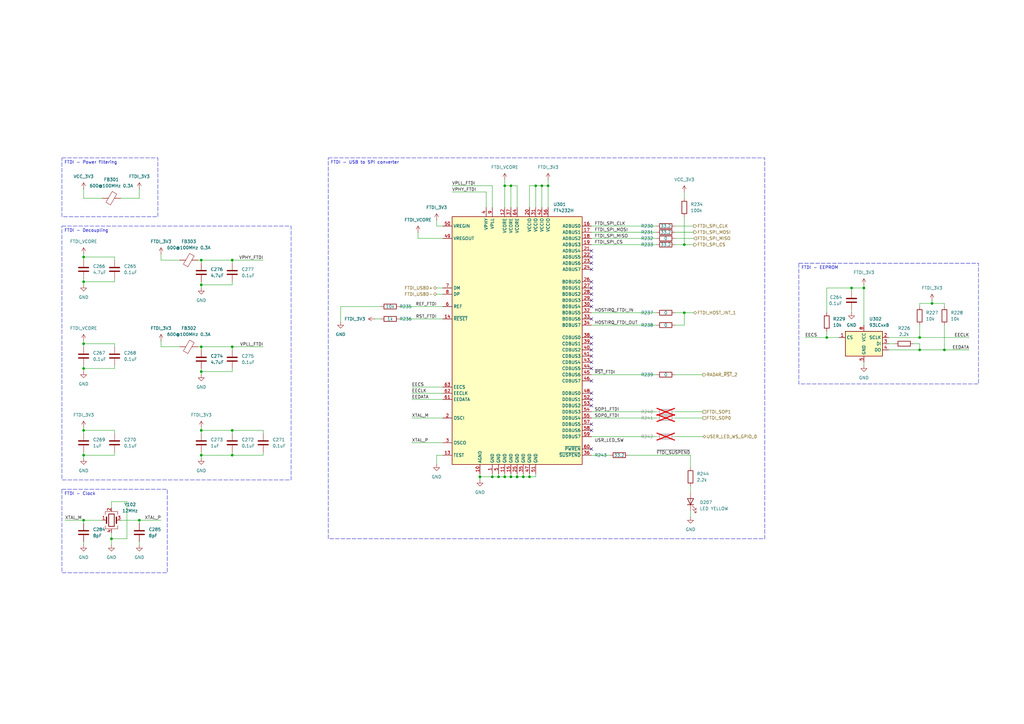
<source format=kicad_sch>
(kicad_sch (version 20250114) (generator "eeschema") (generator_version "9.0")
  (paper "A3")
  (title_block (title "FTDI") (date "2025-04-13") (rev "V1.0") (company "Designer: EV"))
  (lib_symbols
    (symbol "Device:C" (pin_numbers (hide yes)) (pin_names (offset 0.254))
      (property "Reference" "C" (at 0.635 2.54 0))
      (property "Value" "C" (at 0.635 -2.54 0))
      (symbol "C_0_1"
        (polyline (pts (xy -2.032 0.762) (xy 2.032 0.762)) (stroke (width 0.508)))
        (polyline (pts (xy -2.032 -0.762) (xy 2.032 -0.762)) (stroke (width 0.508)))
      )
      (symbol "C_1_1"
        (pin passive line (at 0 3.81 270) (length 2.794) (name "~") (number "1"))
        (pin passive line (at 0 -3.81 90) (length 2.794) (name "~") (number "2"))
      )
    )
    (symbol "Device:Crystal_GND24" (pin_names (offset 1.016) (hide yes))
      (property "Reference" "Y" (at 3.175 5.08 0))
      (property "Value" "Crystal_GND24" (at 3.175 3.175 0))
      (symbol "Crystal_GND24_0_1"
        (polyline (pts (xy -2.54 2.286) (xy -2.54 3.556) (xy 2.54 3.556) (xy 2.54 2.286)))
        (polyline (pts (xy -2.54 0) (xy -2.032 0)))
        (polyline (pts (xy -2.54 -2.286) (xy -2.54 -3.556) (xy 2.54 -3.556) (xy 2.54 -2.286)))
        (polyline (pts (xy -2.032 -1.27) (xy -2.032 1.27)) (stroke (width 0.508)))
        (rectangle (start -1.143 2.54) (end 1.143 -2.54) (stroke (width 0.3048)))
        (polyline (pts (xy 0 3.556) (xy 0 3.81)))
        (polyline (pts (xy 0 -3.81) (xy 0 -3.556)))
        (polyline (pts (xy 2.032 0) (xy 2.54 0)))
        (polyline (pts (xy 2.032 -1.27) (xy 2.032 1.27)) (stroke (width 0.508)))
      )
      (symbol "Crystal_GND24_1_1"
        (pin passive line (at -3.81 0 0) (length 1.27) (name "1") (number "1"))
        (pin passive line (at 0 5.08 270) (length 1.27) (name "2") (number "2"))
        (pin passive line (at 0 -5.08 90) (length 1.27) (name "4") (number "4"))
        (pin passive line (at 3.81 0 180) (length 1.27) (name "3") (number "3"))
      )
    )
    (symbol "Device:FerriteBead" (pin_numbers (hide yes)) (pin_names (offset 0))
      (property "Reference" "FB" (at -3.81 0.635 90))
      (property "Value" "FerriteBead" (at 3.81 0 90))
      (symbol "FerriteBead_0_1"
        (polyline (pts (xy -2.7686 0.4064) (xy -1.7018 2.2606) (xy 2.7686 -0.3048) (xy 1.6764 -2.159) (xy -2.7686 0.4064)))
        (polyline (pts (xy 0 1.27) (xy 0 1.2954)))
        (polyline (pts (xy 0 -1.27) (xy 0 -1.2192)))
      )
      (symbol "FerriteBead_1_1"
        (pin passive line (at 0 3.81 270) (length 2.54) (name "~") (number "1"))
        (pin passive line (at 0 -3.81 90) (length 2.54) (name "~") (number "2"))
      )
    )
    (symbol "Device:LED" (pin_numbers (hide yes)) (pin_names (offset 1.016) (hide yes))
      (property "Reference" "D" (at 0 2.54 0))
      (property "Value" "LED" (at 0 -2.54 0))
      (symbol "LED_0_1"
        (polyline (pts (xy -3.048 -0.762) (xy -4.572 -2.286) (xy -3.81 -2.286) (xy -4.572 -2.286) (xy -4.572 -1.524)))
        (polyline (pts (xy -1.778 -0.762) (xy -3.302 -2.286) (xy -2.54 -2.286) (xy -3.302 -2.286) (xy -3.302 -1.524)))
        (polyline (pts (xy -1.27 0) (xy 1.27 0)))
        (polyline (pts (xy -1.27 -1.27) (xy -1.27 1.27)) (stroke (width 0.254)))
        (polyline (pts (xy 1.27 -1.27) (xy 1.27 1.27) (xy -1.27 0) (xy 1.27 -1.27)) (stroke (width 0.254)))
      )
      (symbol "LED_1_1"
        (pin passive line (at -3.81 0 0) (length 2.54) (name "K") (number "1"))
        (pin passive line (at 3.81 0 180) (length 2.54) (name "A") (number "2"))
      )
    )
    (symbol "Device:R" (pin_numbers (hide yes)) (pin_names (offset 0))
      (property "Reference" "R" (at 2.032 0 90))
      (property "Value" "R" (at 0 0 90))
      (symbol "R_0_1"
        (rectangle (start -1.016 -2.54) (end 1.016 2.54) (stroke (width 0.254)))
      )
      (symbol "R_1_1"
        (pin passive line (at 0 3.81 270) (length 1.27) (name "~") (number "1"))
        (pin passive line (at 0 -3.81 90) (length 1.27) (name "~") (number "2"))
      )
    )
    (symbol "Interface_USB:FT4232H"
      (property "Reference" "U" (at -26.67 53.34 0))
      (property "Value" "FT4232H" (at 19.05 53.34 0))
      (symbol "FT4232H_0_1"
        (rectangle (start -26.67 -49.53) (end 26.67 52.07) (stroke (width 0.254)) (fill (type background)))
      )
      (symbol "FT4232H_1_1"
        (pin power_in line (at -30.48 48.26 0) (length 3.81) (name "VREGIN") (number "50"))
        (pin power_out line (at -30.48 43.18 0) (length 3.81) (name "VREGOUT") (number "49"))
        (pin bidirectional line (at -30.48 22.86 0) (length 3.81) (name "DM") (number "7"))
        (pin bidirectional line (at -30.48 20.32 0) (length 3.81) (name "DP") (number "8"))
        (pin input line (at -30.48 15.24 0) (length 3.81) (name "REF") (number "6"))
        (pin input line (at -30.48 10.16 0) (length 3.81) (name "~{RESET}") (number "14"))
        (pin output line (at -30.48 -17.78 0) (length 3.81) (name "EECS") (number "63"))
        (pin output line (at -30.48 -20.32 0) (length 3.81) (name "EECLK") (number "62"))
        (pin bidirectional line (at -30.48 -22.86 0) (length 3.81) (name "EEDATA") (number "61"))
        (pin input line (at -30.48 -30.48 0) (length 3.81) (name "OSCI") (number "2"))
        (pin output line (at -30.48 -40.64 0) (length 3.81) (name "OSCO") (number "3"))
        (pin input line (at -30.48 -45.72 0) (length 3.81) (name "TEST") (number "13"))
        (pin power_in line (at -15.24 -53.34 90) (length 3.81) (name "AGND") (number "10"))
        (pin power_in line (at -12.7 55.88 270) (length 3.81) (name "VPHY") (number "4"))
        (pin power_in line (at -10.16 55.88 270) (length 3.81) (name "VPLL") (number "9"))
        (pin power_in line (at -10.16 -53.34 90) (length 3.81) (name "GND") (number "1"))
        (pin power_in line (at -7.62 -53.34 90) (length 3.81) (name "GND") (number "5"))
        (pin power_in line (at -5.08 55.88 270) (length 3.81) (name "VCORE") (number "12"))
        (pin power_in line (at -5.08 -53.34 90) (length 3.81) (name "GND") (number "11"))
        (pin power_in line (at -2.54 55.88 270) (length 3.81) (name "VCORE") (number "37"))
        (pin power_in line (at -2.54 -53.34 90) (length 3.81) (name "GND") (number "15"))
        (pin power_in line (at 0 55.88 270) (length 3.81) (name "VCORE") (number "64"))
        (pin power_in line (at 0 -53.34 90) (length 3.81) (name "GND") (number "25"))
        (pin power_in line (at 2.54 -53.34 90) (length 3.81) (name "GND") (number "35"))
        (pin power_in line (at 5.08 55.88 270) (length 3.81) (name "VCCIO") (number "20"))
        (pin power_in line (at 5.08 -53.34 90) (length 3.81) (name "GND") (number "47"))
        (pin power_in line (at 7.62 55.88 270) (length 3.81) (name "VCCIO") (number "31"))
        (pin power_in line (at 7.62 -53.34 90) (length 3.81) (name "GND") (number "51"))
        (pin power_in line (at 10.16 55.88 270) (length 3.81) (name "VCCIO") (number "42"))
        (pin power_in line (at 12.7 55.88 270) (length 3.81) (name "VCCIO") (number "56"))
        (pin bidirectional line (at 30.48 48.26 180) (length 3.81) (name "ADBUS0") (number "16"))
        (pin bidirectional line (at 30.48 45.72 180) (length 3.81) (name "ADBUS1") (number "17"))
        (pin bidirectional line (at 30.48 43.18 180) (length 3.81) (name "ADBUS2") (number "18"))
        (pin bidirectional line (at 30.48 40.64 180) (length 3.81) (name "ADBUS3") (number "19"))
        (pin bidirectional line (at 30.48 38.1 180) (length 3.81) (name "ADBUS4") (number "21"))
        (pin bidirectional line (at 30.48 35.56 180) (length 3.81) (name "ADBUS5") (number "22"))
        (pin bidirectional line (at 30.48 33.02 180) (length 3.81) (name "ADBUS6") (number "23"))
        (pin bidirectional line (at 30.48 30.48 180) (length 3.81) (name "ADBUS7") (number "24"))
        (pin bidirectional line (at 30.48 25.4 180) (length 3.81) (name "BDBUS0") (number "26"))
        (pin bidirectional line (at 30.48 22.86 180) (length 3.81) (name "BDBUS1") (number "27"))
        (pin bidirectional line (at 30.48 20.32 180) (length 3.81) (name "BDBUS2") (number "28"))
        (pin bidirectional line (at 30.48 17.78 180) (length 3.81) (name "BDBUS3") (number "29"))
        (pin bidirectional line (at 30.48 15.24 180) (length 3.81) (name "BDBUS4") (number "30"))
        (pin bidirectional line (at 30.48 12.7 180) (length 3.81) (name "BDBUS5") (number "32"))
        (pin bidirectional line (at 30.48 10.16 180) (length 3.81) (name "BDBUS6") (number "33"))
        (pin bidirectional line (at 30.48 7.62 180) (length 3.81) (name "BDBUS7") (number "34"))
        (pin bidirectional line (at 30.48 2.54 180) (length 3.81) (name "CDBUS0") (number "38"))
        (pin bidirectional line (at 30.48 0 180) (length 3.81) (name "CDBUS1") (number "39"))
        (pin bidirectional line (at 30.48 -2.54 180) (length 3.81) (name "CDBUS2") (number "40"))
        (pin bidirectional line (at 30.48 -5.08 180) (length 3.81) (name "CDBUS3") (number "41"))
        (pin bidirectional line (at 30.48 -7.62 180) (length 3.81) (name "CDBUS4") (number "43"))
        (pin bidirectional line (at 30.48 -10.16 180) (length 3.81) (name "CDBUS5") (number "44"))
        (pin bidirectional line (at 30.48 -12.7 180) (length 3.81) (name "CDBUS6") (number "45"))
        (pin bidirectional line (at 30.48 -15.24 180) (length 3.81) (name "CDBUS7") (number "46"))
        (pin bidirectional line (at 30.48 -20.32 180) (length 3.81) (name "DDBUS0") (number "48"))
        (pin bidirectional line (at 30.48 -22.86 180) (length 3.81) (name "DDBUS1") (number "52"))
        (pin bidirectional line (at 30.48 -25.4 180) (length 3.81) (name "DDBUS2") (number "53"))
        (pin bidirectional line (at 30.48 -27.94 180) (length 3.81) (name "DDBUS3") (number "54"))
        (pin bidirectional line (at 30.48 -30.48 180) (length 3.81) (name "DDBUS4") (number "55"))
        (pin bidirectional line (at 30.48 -33.02 180) (length 3.81) (name "DDBUS5") (number "57"))
        (pin bidirectional line (at 30.48 -35.56 180) (length 3.81) (name "DDBUS6") (number "58"))
        (pin bidirectional line (at 30.48 -38.1 180) (length 3.81) (name "DDBUS7") (number "59"))
        (pin output line (at 30.48 -43.18 180) (length 3.81) (name "~{PWREN}") (number "60"))
        (pin output line (at 30.48 -45.72 180) (length 3.81) (name "~{SUSPEND}") (number "36"))
      )
    )
    (symbol "Memory_EEPROM:93LCxxB"
      (property "Reference" "U" (at -7.62 6.35 0))
      (property "Value" "93LCxxB" (at 2.54 -6.35 0))
      (symbol "93LCxxB_1_1"
        (rectangle (start -7.62 5.08) (end 7.62 -5.08) (stroke (width 0.254)) (fill (type background)))
        (pin input line (at -10.16 2.54 0) (length 2.54) (name "CS") (number "1"))
        (pin no_connect line (at -7.62 0 0) (length 2.54) (hide yes) (name "NC") (number "6"))
        (pin no_connect line (at -7.62 -2.54 0) (length 2.54) (hide yes) (name "NC") (number "7"))
        (pin power_in line (at 0 7.62 270) (length 2.54) (name "VCC") (number "8"))
        (pin power_in line (at 0 -7.62 90) (length 2.54) (name "GND") (number "5"))
        (pin input line (at 10.16 2.54 180) (length 2.54) (name "SCLK") (number "2"))
        (pin input line (at 10.16 0 180) (length 2.54) (name "DI") (number "3"))
        (pin tri_state line (at 10.16 -2.54 180) (length 2.54) (name "DO") (number "4"))
      )
    )
    (symbol "power:GND" (power) (pin_numbers (hide yes)) (pin_names (offset 0) (hide yes))
      (property "Value" "GND" (at 0 -3.81 0))
      (symbol "GND_0_1"
        (polyline (pts (xy 0 0) (xy 0 -1.27) (xy 1.27 -1.27) (xy 0 -2.54) (xy -1.27 -1.27) (xy 0 -1.27)))
      )
      (symbol "GND_1_1"
        (pin power_in line (at 0 0 270) (length 0) (name "~") (number "1"))
      )
    )
    (symbol "power:VBUS" (power) (pin_numbers (hide yes)) (pin_names (offset 0) (hide yes))
      (property "Value" "VBUS" (at 0 3.556 0))
      (symbol "VBUS_0_1"
        (polyline (pts (xy -0.762 1.27) (xy 0 2.54)))
        (polyline (pts (xy 0 2.54) (xy 0.762 1.27)))
        (polyline (pts (xy 0 0) (xy 0 2.54)))
      )
      (symbol "VBUS_1_1"
        (pin power_in line (at 0 0 90) (length 0) (name "~") (number "1"))
      )
    )
  )
  (text_box "FTDI - Decoupling" (at 25.4 92.71 0) (size 93.98 104.14) (margins 0.9525 0.9525 0.9525 0.9525) (stroke (width 0) (type dash)) (effects (font (size 1.27 1.27)) (justify left top)))
  (text_box "FTDI - Clock" (at 25.4 200.66 0) (size 43.18 34.29) (margins 0.9525 0.9525 0.9525 0.9525) (stroke (width 0) (type dash)) (effects (font (size 1.27 1.27)) (justify left top)))
  (text_box "FTDI - USB to SPI converter" (at 134.62 64.77 0) (size 179.07 156.21) (margins 0.9525 0.9525 0.9525 0.9525) (stroke (width 0) (type dash)) (effects (font (size 1.27 1.27)) (justify left top)))
  (text_box "FTDI - EEPROM" (at 327.66 107.95 0) (size 73.66 49.53) (margins 0.9525 0.9525 0.9525 0.9525) (stroke (width 0) (type dash)) (effects (font (size 1.27 1.27)) (justify left top)))
  (text_box "FTDI - Power filtering" (at 25.4 64.77 0) (size 39.37 24.13) (margins 0.9525 0.9525 0.9525 0.9525) (stroke (width 0) (type dash)) (effects (font (size 1.27 1.27)) (justify left top)))
  (junction (at 82.55 116.84))
  (junction (at 201.93 195.58))
  (junction (at 382.27 124.46))
  (junction (at 95.25 142.24))
  (junction (at 196.85 195.58))
  (junction (at 82.55 152.4))
  (junction (at 34.29 186.69))
  (junction (at 82.55 186.69))
  (junction (at 57.15 213.36))
  (junction (at 95.25 106.68))
  (junction (at 34.29 115.57))
  (junction (at 207.01 195.58))
  (junction (at 34.29 151.13))
  (junction (at 349.25 118.11))
  (junction (at 280.67 100.33))
  (junction (at 377.19 143.51))
  (junction (at 34.29 140.97))
  (junction (at 387.35 143.51))
  (junction (at 34.29 105.41))
  (junction (at 207.01 76.2))
  (junction (at 219.71 76.2))
  (junction (at 212.09 195.58))
  (junction (at 280.67 128.27))
  (junction (at 95.25 176.53))
  (junction (at 354.33 118.11))
  (junction (at 34.29 213.36))
  (junction (at 82.55 176.53))
  (junction (at 82.55 106.68))
  (junction (at 377.19 138.43))
  (junction (at 214.63 195.58))
  (junction (at 204.47 195.58))
  (junction (at 82.55 142.24))
  (junction (at 222.25 76.2))
  (junction (at 224.79 76.2))
  (junction (at 339.09 138.43))
  (junction (at 209.55 195.58))
  (junction (at 217.17 195.58))
  (junction (at 34.29 176.53))
  (junction (at 209.55 76.2))
  (junction (at 45.72 220.98))
  (junction (at 95.25 186.69))
  (no_connect (at 242.57 102.87))
  (no_connect (at 242.57 110.49))
  (no_connect (at 242.57 173.99))
  (no_connect (at 242.57 125.73))
  (no_connect (at 242.57 115.57))
  (no_connect (at 242.57 123.19))
  (no_connect (at 242.57 148.59))
  (no_connect (at 242.57 138.43))
  (no_connect (at 242.57 176.53))
  (no_connect (at 242.57 130.81))
  (no_connect (at 242.57 143.51))
  (no_connect (at 242.57 118.11))
  (no_connect (at 242.57 184.15))
  (no_connect (at 242.57 140.97))
  (no_connect (at 242.57 151.13))
  (no_connect (at 242.57 163.83))
  (no_connect (at 242.57 166.37))
  (no_connect (at 242.57 120.65))
  (no_connect (at 242.57 105.41))
  (no_connect (at 242.57 161.29))
  (no_connect (at 242.57 156.21))
  (no_connect (at 242.57 146.05))
  (no_connect (at 242.57 107.95))
  (wire (pts (xy 34.29 105.41) (xy 34.29 106.68)))
  (wire (pts (xy 242.57 97.79) (xy 269.24 97.79)))
  (wire (pts (xy 179.07 90.17) (xy 179.07 92.71)))
  (wire (pts (xy 219.71 195.58) (xy 217.17 195.58)))
  (wire (pts (xy 45.72 205.74) (xy 52.07 205.74)))
  (wire (pts (xy 95.25 142.24) (xy 107.95 142.24)))
  (wire (pts (xy 283.21 191.77) (xy 283.21 186.69)))
  (wire (pts (xy 95.25 106.68) (xy 82.55 106.68)))
  (wire (pts (xy 66.04 139.7) (xy 66.04 142.24)))
  (wire (pts (xy 34.29 77.47) (xy 34.29 81.28)))
  (wire (pts (xy 168.91 163.83) (xy 181.61 163.83)))
  (wire (pts (xy 280.67 88.9) (xy 280.67 100.33)))
  (wire (pts (xy 49.53 81.28) (xy 57.15 81.28)))
  (wire (pts (xy 46.99 149.86) (xy 46.99 151.13)))
  (wire (pts (xy 377.19 124.46) (xy 377.19 125.73)))
  (wire (pts (xy 214.63 194.31) (xy 214.63 195.58)))
  (wire (pts (xy 46.99 114.3) (xy 46.99 115.57)))
  (wire (pts (xy 82.55 176.53) (xy 82.55 177.8)))
  (wire (pts (xy 46.99 151.13) (xy 34.29 151.13)))
  (wire (pts (xy 349.25 119.38) (xy 349.25 118.11)))
  (wire (pts (xy 349.25 127) (xy 349.25 128.27)))
  (wire (pts (xy 207.01 194.31) (xy 207.01 195.58)))
  (wire (pts (xy 168.91 158.75) (xy 181.61 158.75)))
  (wire (pts (xy 212.09 76.2) (xy 209.55 76.2)))
  (wire (pts (xy 212.09 194.31) (xy 212.09 195.58)))
  (wire (pts (xy 34.29 175.26) (xy 34.29 176.53)))
  (wire (pts (xy 171.45 97.79) (xy 181.61 97.79)))
  (wire (pts (xy 34.29 186.69) (xy 34.29 187.96)))
  (wire (pts (xy 280.67 128.27) (xy 284.48 128.27)))
  (wire (pts (xy 46.99 106.68) (xy 46.99 105.41)))
  (wire (pts (xy 163.83 125.73) (xy 181.61 125.73)))
  (wire (pts (xy 196.85 194.31) (xy 196.85 195.58)))
  (wire (pts (xy 34.29 81.28) (xy 41.91 81.28)))
  (wire (pts (xy 224.79 73.66) (xy 224.79 76.2)))
  (wire (pts (xy 374.65 140.97) (xy 377.19 140.97)))
  (wire (pts (xy 34.29 151.13) (xy 34.29 152.4)))
  (wire (pts (xy 26.67 213.36) (xy 34.29 213.36)))
  (wire (pts (xy 181.61 186.69) (xy 179.07 186.69)))
  (wire (pts (xy 354.33 118.11) (xy 354.33 133.35)))
  (wire (pts (xy 364.49 143.51) (xy 377.19 143.51)))
  (wire (pts (xy 66.04 106.68) (xy 73.66 106.68)))
  (wire (pts (xy 45.72 208.28) (xy 45.72 205.74)))
  (wire (pts (xy 280.67 100.33) (xy 284.48 100.33)))
  (wire (pts (xy 276.86 97.79) (xy 284.48 97.79)))
  (wire (pts (xy 34.29 115.57) (xy 34.29 116.84)))
  (wire (pts (xy 82.55 142.24) (xy 82.55 143.51)))
  (wire (pts (xy 95.25 107.95) (xy 95.25 106.68)))
  (wire (pts (xy 387.35 125.73) (xy 387.35 124.46)))
  (wire (pts (xy 82.55 115.57) (xy 82.55 116.84)))
  (wire (pts (xy 185.42 76.2) (xy 201.93 76.2)))
  (wire (pts (xy 217.17 195.58) (xy 214.63 195.58)))
  (wire (pts (xy 242.57 168.91) (xy 269.24 168.91)))
  (wire (pts (xy 34.29 114.3) (xy 34.29 115.57)))
  (wire (pts (xy 217.17 76.2) (xy 219.71 76.2)))
  (wire (pts (xy 34.29 176.53) (xy 34.29 177.8)))
  (wire (pts (xy 257.81 186.69) (xy 283.21 186.69)))
  (wire (pts (xy 95.25 106.68) (xy 107.95 106.68)))
  (wire (pts (xy 201.93 195.58) (xy 196.85 195.58)))
  (wire (pts (xy 387.35 143.51) (xy 397.51 143.51)))
  (wire (pts (xy 219.71 194.31) (xy 219.71 195.58)))
  (wire (pts (xy 283.21 209.55) (xy 283.21 212.09)))
  (wire (pts (xy 95.25 186.69) (xy 82.55 186.69)))
  (wire (pts (xy 207.01 76.2) (xy 207.01 85.09)))
  (wire (pts (xy 377.19 133.35) (xy 377.19 138.43)))
  (wire (pts (xy 185.42 78.74) (xy 199.39 78.74)))
  (wire (pts (xy 242.57 179.07) (xy 269.24 179.07)))
  (wire (pts (xy 217.17 194.31) (xy 217.17 195.58)))
  (wire (pts (xy 219.71 76.2) (xy 222.25 76.2)))
  (wire (pts (xy 82.55 152.4) (xy 82.55 153.67)))
  (wire (pts (xy 81.28 142.24) (xy 82.55 142.24)))
  (wire (pts (xy 46.99 115.57) (xy 34.29 115.57)))
  (wire (pts (xy 217.17 85.09) (xy 217.17 76.2)))
  (wire (pts (xy 95.25 186.69) (xy 107.95 186.69)))
  (wire (pts (xy 276.86 128.27) (xy 280.67 128.27)))
  (wire (pts (xy 57.15 213.36) (xy 57.15 214.63)))
  (wire (pts (xy 57.15 213.36) (xy 66.04 213.36)))
  (wire (pts (xy 199.39 78.74) (xy 199.39 85.09)))
  (wire (pts (xy 34.29 213.36) (xy 41.91 213.36)))
  (wire (pts (xy 34.29 222.25) (xy 34.29 223.52)))
  (wire (pts (xy 377.19 138.43) (xy 397.51 138.43)))
  (wire (pts (xy 34.29 140.97) (xy 34.29 142.24)))
  (wire (pts (xy 34.29 149.86) (xy 34.29 151.13)))
  (wire (pts (xy 46.99 185.42) (xy 46.99 186.69)))
  (wire (pts (xy 34.29 185.42) (xy 34.29 186.69)))
  (wire (pts (xy 354.33 116.84) (xy 354.33 118.11)))
  (wire (pts (xy 339.09 138.43) (xy 344.17 138.43)))
  (wire (pts (xy 179.07 186.69) (xy 179.07 190.5)))
  (wire (pts (xy 276.86 153.67) (xy 288.29 153.67)))
  (wire (pts (xy 52.07 220.98) (xy 45.72 220.98)))
  (wire (pts (xy 46.99 176.53) (xy 34.29 176.53)))
  (wire (pts (xy 242.57 100.33) (xy 269.24 100.33)))
  (wire (pts (xy 364.49 140.97) (xy 367.03 140.97)))
  (wire (pts (xy 276.86 92.71) (xy 284.48 92.71)))
  (wire (pts (xy 242.57 133.35) (xy 269.24 133.35)))
  (wire (pts (xy 280.67 133.35) (xy 280.67 128.27)))
  (wire (pts (xy 57.15 222.25) (xy 57.15 223.52)))
  (wire (pts (xy 95.25 142.24) (xy 82.55 142.24)))
  (wire (pts (xy 95.25 177.8) (xy 95.25 176.53)))
  (wire (pts (xy 95.25 143.51) (xy 95.25 142.24)))
  (wire (pts (xy 276.86 133.35) (xy 280.67 133.35)))
  (wire (pts (xy 163.83 130.81) (xy 181.61 130.81)))
  (wire (pts (xy 242.57 128.27) (xy 269.24 128.27)))
  (wire (pts (xy 224.79 76.2) (xy 224.79 85.09)))
  (wire (pts (xy 82.55 106.68) (xy 82.55 107.95)))
  (wire (pts (xy 153.67 130.81) (xy 156.21 130.81)))
  (wire (pts (xy 34.29 104.14) (xy 34.29 105.41)))
  (wire (pts (xy 222.25 76.2) (xy 224.79 76.2)))
  (wire (pts (xy 242.57 153.67) (xy 269.24 153.67)))
  (wire (pts (xy 49.53 213.36) (xy 57.15 213.36)))
  (wire (pts (xy 82.55 116.84) (xy 82.55 118.11)))
  (wire (pts (xy 168.91 161.29) (xy 181.61 161.29)))
  (wire (pts (xy 339.09 135.89) (xy 339.09 138.43)))
  (wire (pts (xy 107.95 185.42) (xy 107.95 186.69)))
  (wire (pts (xy 196.85 195.58) (xy 196.85 196.85)))
  (wire (pts (xy 82.55 185.42) (xy 82.55 186.69)))
  (wire (pts (xy 46.99 142.24) (xy 46.99 140.97)))
  (wire (pts (xy 95.25 152.4) (xy 82.55 152.4)))
  (wire (pts (xy 168.91 181.61) (xy 181.61 181.61)))
  (wire (pts (xy 34.29 213.36) (xy 34.29 214.63)))
  (wire (pts (xy 82.55 175.26) (xy 82.55 176.53)))
  (wire (pts (xy 214.63 195.58) (xy 212.09 195.58)))
  (wire (pts (xy 209.55 194.31) (xy 209.55 195.58)))
  (wire (pts (xy 222.25 76.2) (xy 222.25 85.09)))
  (wire (pts (xy 382.27 124.46) (xy 377.19 124.46)))
  (wire (pts (xy 95.25 185.42) (xy 95.25 186.69)))
  (wire (pts (xy 201.93 76.2) (xy 201.93 85.09)))
  (wire (pts (xy 95.25 151.13) (xy 95.25 152.4)))
  (wire (pts (xy 276.86 168.91) (xy 288.29 168.91)))
  (wire (pts (xy 212.09 195.58) (xy 209.55 195.58)))
  (wire (pts (xy 66.04 142.24) (xy 73.66 142.24)))
  (wire (pts (xy 45.72 220.98) (xy 45.72 223.52)))
  (wire (pts (xy 95.25 176.53) (xy 107.95 176.53)))
  (wire (pts (xy 81.28 106.68) (xy 82.55 106.68)))
  (wire (pts (xy 168.91 171.45) (xy 181.61 171.45)))
  (wire (pts (xy 201.93 194.31) (xy 201.93 195.58)))
  (wire (pts (xy 179.07 120.65) (xy 181.61 120.65)))
  (wire (pts (xy 46.99 105.41) (xy 34.29 105.41)))
  (wire (pts (xy 242.57 171.45) (xy 269.24 171.45)))
  (wire (pts (xy 179.07 92.71) (xy 181.61 92.71)))
  (wire (pts (xy 276.86 179.07) (xy 288.29 179.07)))
  (wire (pts (xy 82.55 151.13) (xy 82.55 152.4)))
  (wire (pts (xy 242.57 95.25) (xy 269.24 95.25)))
  (wire (pts (xy 66.04 104.14) (xy 66.04 106.68)))
  (wire (pts (xy 207.01 73.66) (xy 207.01 76.2)))
  (wire (pts (xy 45.72 218.44) (xy 45.72 220.98)))
  (wire (pts (xy 280.67 100.33) (xy 276.86 100.33)))
  (wire (pts (xy 139.7 125.73) (xy 156.21 125.73)))
  (wire (pts (xy 179.07 118.11) (xy 181.61 118.11)))
  (wire (pts (xy 107.95 177.8) (xy 107.95 176.53)))
  (wire (pts (xy 171.45 95.25) (xy 171.45 97.79)))
  (wire (pts (xy 209.55 76.2) (xy 207.01 76.2)))
  (wire (pts (xy 377.19 143.51) (xy 387.35 143.51)))
  (wire (pts (xy 139.7 132.08) (xy 139.7 125.73)))
  (wire (pts (xy 382.27 123.19) (xy 382.27 124.46)))
  (wire (pts (xy 209.55 195.58) (xy 207.01 195.58)))
  (wire (pts (xy 95.25 176.53) (xy 82.55 176.53)))
  (wire (pts (xy 330.2 138.43) (xy 339.09 138.43)))
  (wire (pts (xy 377.19 140.97) (xy 377.19 143.51)))
  (wire (pts (xy 209.55 76.2) (xy 209.55 85.09)))
  (wire (pts (xy 349.25 118.11) (xy 354.33 118.11)))
  (wire (pts (xy 242.57 92.71) (xy 269.24 92.71)))
  (wire (pts (xy 276.86 171.45) (xy 288.29 171.45)))
  (wire (pts (xy 280.67 78.74) (xy 280.67 81.28)))
  (wire (pts (xy 204.47 195.58) (xy 201.93 195.58)))
  (wire (pts (xy 46.99 186.69) (xy 34.29 186.69)))
  (wire (pts (xy 354.33 148.59) (xy 354.33 149.86)))
  (wire (pts (xy 339.09 128.27) (xy 339.09 118.11)))
  (wire (pts (xy 219.71 76.2) (xy 219.71 85.09)))
  (wire (pts (xy 387.35 133.35) (xy 387.35 143.51)))
  (wire (pts (xy 339.09 118.11) (xy 349.25 118.11)))
  (wire (pts (xy 242.57 186.69) (xy 250.19 186.69)))
  (wire (pts (xy 46.99 140.97) (xy 34.29 140.97)))
  (wire (pts (xy 57.15 77.47) (xy 57.15 81.28)))
  (wire (pts (xy 204.47 194.31) (xy 204.47 195.58)))
  (wire (pts (xy 212.09 85.09) (xy 212.09 76.2)))
  (wire (pts (xy 387.35 124.46) (xy 382.27 124.46)))
  (wire (pts (xy 95.25 116.84) (xy 82.55 116.84)))
  (wire (pts (xy 276.86 95.25) (xy 284.48 95.25)))
  (wire (pts (xy 82.55 186.69) (xy 82.55 187.96)))
  (wire (pts (xy 207.01 195.58) (xy 204.47 195.58)))
  (wire (pts (xy 52.07 205.74) (xy 52.07 220.98)))
  (wire (pts (xy 95.25 115.57) (xy 95.25 116.84)))
  (wire (pts (xy 364.49 138.43) (xy 377.19 138.43)))
  (wire (pts (xy 46.99 177.8) (xy 46.99 176.53)))
  (wire (pts (xy 283.21 199.39) (xy 283.21 201.93)))
  (wire (pts (xy 34.29 139.7) (xy 34.29 140.97)))
  (label "HOSTIRQ_FTDI_OUT" (at 243.84 133.35 0))
  (label "SOP1_FTDI" (at 243.84 168.91 0))
  (label "XTAL_M" (at 26.67 213.36 0))
  (label "FTDI_SPI_CS" (at 243.84 100.33 0))
  (label "USR_LED_SW" (at 243.84 181.61 0))
  (label "XTAL_P" (at 66.04 213.36 180))
  (label "VPHY_FTDI" (at 185.42 78.74 0) (effects (font (thickness 0.1588))))
  (label "XTAL_M" (at 168.91 171.45 0))
  (label "EECLK" (at 397.51 138.43 180) (effects (font (thickness 0.1588))))
  (label "EECLK" (at 168.91 161.29 0) (effects (font (thickness 0.1588))))
  (label "FTDI_SPI_CLK" (at 243.84 92.71 0))
  (label "REF_FTDI" (at 179.07 125.73 180))
  (label "EEDATA" (at 397.51 143.51 180) (effects (font (thickness 0.1588))))
  (label "FTDI_SPI_MOSI" (at 243.84 95.25 0))
  (label "~{RST}_FTDI" (at 243.84 153.67 0))
  (label "EECS" (at 330.2 138.43 0) (effects (font (thickness 0.1588))))
  (label "VPLL_FTDI" (at 185.42 76.2 0) (effects (font (thickness 0.1588))))
  (label "EEDATA" (at 168.91 163.83 0) (effects (font (thickness 0.1588))))
  (label "VPLL_FTDI" (at 107.95 142.24 180) (effects (font (thickness 0.1588))))
  (label "EECS" (at 168.91 158.75 0) (effects (font (thickness 0.1588))))
  (label "SOP0_FTDI" (at 243.84 171.45 0))
  (label "XTAL_P" (at 168.91 181.61 0))
  (label "FTDI_SPI_MISO" (at 243.84 97.79 0))
  (label "HOSTIRQ_FTDI_IN" (at 243.84 128.27 0))
  (label "RST_FTDI" (at 179.07 130.81 180))
  (label "VPHY_FTDI" (at 107.95 106.68 180) (effects (font (thickness 0.1588))))
  (label "~{FTDI_SUSPEND}" (at 269.24 186.69 0))
  (hierarchical_label "FTDI_HOST_INT_1" (shape bidirectional) (at 284.48 128.27 0))
  (hierarchical_label "FTDI_SPI_MISO" (shape input) (at 284.48 97.79 0))
  (hierarchical_label "FTDI_SOP1" (shape passive) (at 288.29 168.91 0))
  (hierarchical_label "FTDI_SOP0" (shape passive) (at 288.29 171.45 0))
  (hierarchical_label "FTDI_SPI_CS" (shape output) (at 284.48 100.33 0))
  (hierarchical_label "USER_LED_WS_GPIO_0" (shape bidirectional) (at 288.29 179.07 0))
  (hierarchical_label "RADAR_~{RST}_2" (shape output) (at 288.29 153.67 0))
  (hierarchical_label "FTDI_USBD+" (shape bidirectional) (at 179.07 118.11 180))
  (hierarchical_label "FTDI_SPI_MOSI" (shape output) (at 284.48 95.25 0))
  (hierarchical_label "FTDI_USBD-" (shape bidirectional) (at 179.07 120.65 180))
  (hierarchical_label "FTDI_SPI_CLK" (shape output) (at 284.48 92.71 0))
  (symbol (lib_id "Device:C") (at 34.29 218.44 0) (unit 1)
    (property "Reference" "C284" (at 38.1 217.1699 0) (effects (justify left)))
    (property "Value" "8pF" (at 38.1 219.7099 0) (effects (justify left)))
    (property "Description" "Unpolarized capacitor" (effects (hide yes)))
  )
  (symbol (lib_id "power:VBUS") (at 66.04 104.14 0) (unit 1)
    (property "Reference" "#PWR0318" (effects (hide yes)))
    (property "Value" "FTDI_3V3" (at 66.04 99.06 0))
    (property "Description" "Power symbol creates a global label with name \"VBUS\"" (effects (hide yes)))
  )
  (symbol (lib_id "Device:C") (at 82.55 181.61 0) (unit 1)
    (property "Reference" "C273" (at 86.36 180.3399 0) (effects (justify left)))
    (property "Value" "1uF" (at 86.36 182.8799 0) (effects (justify left)))
    (property "Description" "Unpolarized capacitor" (effects (hide yes)))
  )
  (symbol (lib_id "power:VBUS") (at 153.67 130.81 90) (unit 1)
    (property "Reference" "#PWR0327" (effects (hide yes)))
    (property "Value" "FTDI_3V3" (at 149.86 130.8099 90) (effects (justify left)))
    (property "Description" "Power symbol creates a global label with name \"VBUS\"" (effects (hide yes)))
  )
  (symbol (lib_id "Device:R") (at 339.09 132.08 180) (unit 1)
    (property "Reference" "R229" (at 341.63 130.8099 0) (effects (justify right)))
    (property "Value" "10k" (at 341.63 133.3499 0) (effects (justify right)))
    (property "Description" "Resistor" (effects (hide yes)))
  )
  (symbol (lib_id "power:VBUS") (at 57.15 77.47 0) (unit 1)
    (property "Reference" "#PWR0307" (effects (hide yes)))
    (property "Value" "FTDI_3V3" (at 57.15 72.39 0))
    (property "Description" "Power symbol creates a global label with name \"VBUS\"" (effects (hide yes)))
  )
  (symbol (lib_id "Device:R") (at 283.21 195.58 180) (unit 1)
    (property "Reference" "R244" (at 285.75 194.3099 0) (effects (justify right)))
    (property "Value" "2.2k" (at 285.75 196.8499 0) (effects (justify right)))
    (property "Description" "Resistor" (effects (hide yes)))
  )
  (symbol (lib_id "Device:R") (at 273.05 128.27 270) (unit 1)
    (property "Reference" "R237" (at 265.43 128.27 90))
    (property "Value" "0" (at 273.05 128.27 90))
    (property "Description" "Resistor" (effects (hide yes)))
  )
  (symbol (lib_id "Device:C") (at 95.25 111.76 0) (unit 1)
    (property "Reference" "C277" (at 99.06 110.4899 0) (effects (justify left)))
    (property "Value" "0.1uF" (at 99.06 113.0299 0) (effects (justify left)))
    (property "Description" "Unpolarized capacitor" (effects (hide yes)))
  )
  (symbol (lib_id "Device:C") (at 82.55 147.32 0) (unit 1)
    (property "Reference" "C274" (at 86.36 146.0499 0) (effects (justify left)))
    (property "Value" "4.7uF" (at 86.36 148.5899 0) (effects (justify left)))
    (property "Description" "Unpolarized capacitor" (effects (hide yes)))
  )
  (symbol (lib_id "Device:C") (at 46.99 146.05 0) (unit 1)
    (property "Reference" "C268" (at 50.8 144.7799 0) (effects (justify left)))
    (property "Value" "0.1uF" (at 50.8 147.3199 0) (effects (justify left)))
    (property "Description" "Unpolarized capacitor" (effects (hide yes)))
  )
  (symbol (lib_id "Device:Crystal_GND24") (at 45.72 213.36 0) (unit 1)
    (property "Reference" "Y102" (at 53.34 206.9398 0))
    (property "Value" "12MHz" (at 53.34 209.4798 0))
    (property "Footprint" "Crystal:Crystal_SMD_2016-4Pin_2.0x1.6mm" (effects (hide yes)))
    (property "Description" "Four pin crystal, GND on pins 2 and 4" (effects (hide yes)))
  )
  (symbol (lib_id "Interface_USB:FT4232H") (at 212.09 140.97 0) (unit 1)
    (property "Reference" "U301" (at 226.9333 83.82 0) (effects (justify left)))
    (property "Value" "FT4232H" (at 226.9333 86.36 0) (effects (justify left)))
    (property "Footprint" "Package_QFP:LQFP-64_10x10mm_P0.5mm" (effects (hide yes)))
    (property "Datasheet" "https://www.ftdichip.com/Support/Documents/DataSheets/ICs/DS_FT4232H.pdf" (effects (hide yes)))
    (property "Description" "Hi Speed Quad Channel USB UART/FIFO, LQFP/QFN-64" (effects (hide yes)))
  )
  (symbol (lib_id "Device:FerriteBead") (at 77.47 106.68 90) (unit 1)
    (property "Reference" "FB303" (at 77.4192 99.06 90))
    (property "Value" "600@100MHz 0.3A" (at 77.4192 101.6 90))
    (property "Description" "Ferrite bead" (effects (hide yes)))
  )
  (symbol (lib_id "power:VBUS") (at 66.04 139.7 0) (unit 1)
    (property "Reference" "#PWR0316" (effects (hide yes)))
    (property "Value" "FTDI_3V3" (at 66.04 134.62 0))
    (property "Description" "Power symbol creates a global label with name \"VBUS\"" (effects (hide yes)))
  )
  (symbol (lib_id "power:GND") (at 196.85 196.85 0) (unit 1)
    (property "Reference" "#PWR0305" (effects (hide yes)))
    (property "Value" "GND" (at 196.85 201.93 0))
    (property "Description" "Power symbol creates a global label with name \"GND\" , ground" (effects (hide yes)))
  )
  (symbol (lib_id "power:VBUS") (at 34.29 104.14 0) (unit 1)
    (property "Reference" "#PWR0308" (effects (hide yes)))
    (property "Value" "FTDI_VCORE" (at 34.29 99.06 0))
    (property "Description" "Power symbol creates a global label with name \"VBUS\"" (effects (hide yes)))
  )
  (symbol (lib_id "power:VBUS") (at 34.29 139.7 0) (unit 1)
    (property "Reference" "#PWR0310" (effects (hide yes)))
    (property "Value" "FTDI_VCORE" (at 34.29 134.62 0))
    (property "Description" "Power symbol creates a global label with name \"VBUS\"" (effects (hide yes)))
  )
  (symbol (lib_id "Device:C") (at 57.15 218.44 0) (unit 1)
    (property "Reference" "C285" (at 60.96 217.1699 0) (effects (justify left)))
    (property "Value" "8pF" (at 60.96 219.7099 0) (effects (justify left)))
    (property "Description" "Unpolarized capacitor" (effects (hide yes)))
  )
  (symbol (lib_id "power:GND") (at 82.55 187.96 0) (unit 1)
    (property "Reference" "#PWR0315" (effects (hide yes)))
    (property "Value" "GND" (at 82.55 193.04 0))
    (property "Description" "Power symbol creates a global label with name \"GND\" , ground" (effects (hide yes)))
  )
  (symbol (lib_id "Device:C") (at 95.25 147.32 0) (unit 1)
    (property "Reference" "C275" (at 99.06 146.0499 0) (effects (justify left)))
    (property "Value" "0.1uF" (at 99.06 148.5899 0) (effects (justify left)))
    (property "Description" "Unpolarized capacitor" (effects (hide yes)))
  )
  (symbol (lib_id "power:VBUS") (at 207.01 73.66 0) (unit 1)
    (property "Reference" "#PWR0320" (effects (hide yes)))
    (property "Value" "FTDI_VCORE" (at 207.01 68.58 0))
    (property "Description" "Power symbol creates a global label with name \"VBUS\"" (effects (hide yes)))
  )
  (symbol (lib_id "Device:R") (at 160.02 130.81 270) (unit 1)
    (property "Reference" "R236" (at 166.37 130.81 90))
    (property "Value" "1k" (at 160.02 130.81 90))
    (property "Description" "Resistor" (effects (hide yes)))
  )
  (symbol (lib_id "power:VBUS") (at 354.33 116.84 0) (unit 1)
    (property "Reference" "#PWR0302" (effects (hide yes)))
    (property "Value" "FTDI_3V3" (at 354.33 111.76 0))
    (property "Description" "Power symbol creates a global label with name \"VBUS\"" (effects (hide yes)))
  )
  (symbol (lib_id "power:GND") (at 34.29 187.96 0) (unit 1)
    (property "Reference" "#PWR0313" (effects (hide yes)))
    (property "Value" "GND" (at 34.29 193.04 0))
    (property "Description" "Power symbol creates a global label with name \"GND\" , ground" (effects (hide yes)))
  )
  (symbol (lib_id "Memory_EEPROM:93LCxxB") (at 354.33 140.97 0) (unit 1)
    (property "Reference" "U302" (at 356.4733 130.81 0) (effects (justify left)))
    (property "Value" "93LCxxB" (at 356.4733 133.35 0) (effects (justify left)))
    (property "Footprint" "Package_SO:SOIC-8_3.9x4.9mm_P1.27mm" (effects (hide yes)))
    (property "Datasheet" "http://ww1.microchip.com/downloads/en/DeviceDoc/20001749K.pdf" (effects (hide yes)))
    (property "Description" "Serial EEPROM, 93 Series, 2.5V, DIP-8/SOIC-8" (effects (hide yes)))
  )
  (symbol (lib_id "Device:R") (at 273.05 171.45 270) (unit 1) (dnp yes)
    (property "Reference" "R241" (at 265.43 171.45 90))
    (property "Value" "0" (at 273.05 171.45 90))
    (property "Description" "Resistor" (effects (hide yes)))
  )
  (symbol (lib_id "Device:C") (at 34.29 181.61 0) (unit 1)
    (property "Reference" "C269" (at 38.1 180.3399 0) (effects (justify left)))
    (property "Value" "1uF" (at 38.1 182.8799 0) (effects (justify left)))
    (property "Description" "Unpolarized capacitor" (effects (hide yes)))
  )
  (symbol (lib_id "power:GND") (at 283.21 212.09 0) (unit 1)
    (property "Reference" "#PWR0329" (effects (hide yes)))
    (property "Value" "GND" (at 283.21 217.17 0))
    (property "Description" "Power symbol creates a global label with name \"GND\" , ground" (effects (hide yes)))
  )
  (symbol (lib_id "Device:FerriteBead") (at 77.47 142.24 90) (unit 1)
    (property "Reference" "FB302" (at 77.4192 134.62 90))
    (property "Value" "600@100MHz 0.3A" (at 77.4192 137.16 90))
    (property "Description" "Ferrite bead" (effects (hide yes)))
  )
  (symbol (lib_id "Device:R") (at 273.05 95.25 270) (unit 1)
    (property "Reference" "R231" (at 265.43 95.25 90))
    (property "Value" "33.2" (at 273.05 95.25 90))
    (property "Description" "Resistor" (effects (hide yes)))
  )
  (symbol (lib_id "Device:R") (at 254 186.69 270) (unit 1)
    (property "Reference" "R243" (at 246.38 186.69 90))
    (property "Value" "33.2" (at 254 186.69 90))
    (property "Description" "Resistor" (effects (hide yes)))
  )
  (symbol (lib_id "power:GND") (at 179.07 190.5 0) (unit 1)
    (property "Reference" "#PWR0324" (effects (hide yes)))
    (property "Value" "GND" (at 179.07 195.58 0))
    (property "Description" "Power symbol creates a global label with name \"GND\" , ground" (effects (hide yes)))
  )
  (symbol (lib_id "Device:R") (at 273.05 179.07 270) (unit 1) (dnp yes)
    (property "Reference" "R242" (at 265.43 179.07 90))
    (property "Value" "0" (at 273.05 179.07 90))
    (property "Description" "Resistor" (effects (hide yes)))
  )
  (symbol (lib_id "Device:C") (at 34.29 146.05 0) (unit 1)
    (property "Reference" "C267" (at 38.1 144.7799 0) (effects (justify left)))
    (property "Value" "0.1uF" (at 38.1 147.3199 0) (effects (justify left)))
    (property "Description" "Unpolarized capacitor" (effects (hide yes)))
  )
  (symbol (lib_id "Device:R") (at 273.05 133.35 270) (unit 1)
    (property "Reference" "R238" (at 265.43 133.35 90))
    (property "Value" "0" (at 273.05 133.35 90))
    (property "Description" "Resistor" (effects (hide yes)))
  )
  (symbol (lib_id "power:GND") (at 139.7 132.08 0) (unit 1)
    (property "Reference" "#PWR0328" (effects (hide yes)))
    (property "Value" "GND" (at 139.7 137.16 0))
    (property "Description" "Power symbol creates a global label with name \"GND\" , ground" (effects (hide yes)))
  )
  (symbol (lib_id "power:GND") (at 45.72 223.52 0) (unit 1)
    (property "Reference" "#PWR0363" (effects (hide yes)))
    (property "Value" "GND" (at 45.72 228.6 0))
    (property "Description" "Power symbol creates a global label with name \"GND\" , ground" (effects (hide yes)))
  )
  (symbol (lib_id "Device:R") (at 280.67 85.09 180) (unit 1)
    (property "Reference" "R234" (at 283.21 83.8199 0) (effects (justify right)))
    (property "Value" "100k" (at 283.21 86.3599 0) (effects (justify right)))
    (property "Description" "Resistor" (effects (hide yes)))
  )
  (symbol (lib_id "Device:C") (at 46.99 181.61 0) (unit 1)
    (property "Reference" "C270" (at 50.8 180.3399 0) (effects (justify left)))
    (property "Value" "0.1uF" (at 50.8 182.8799 0) (effects (justify left)))
    (property "Description" "Unpolarized capacitor" (effects (hide yes)))
  )
  (symbol (lib_id "power:VBUS") (at 224.79 73.66 0) (unit 1)
    (property "Reference" "#PWR0323" (effects (hide yes)))
    (property "Value" "FTDI_3V3" (at 224.79 68.58 0))
    (property "Description" "Power symbol creates a global label with name \"VBUS\"" (effects (hide yes)))
  )
  (symbol (lib_id "Device:R") (at 273.05 97.79 270) (unit 1)
    (property "Reference" "R232" (at 265.43 97.79 90))
    (property "Value" "0" (at 273.05 97.79 90))
    (property "Description" "Resistor" (effects (hide yes)))
  )
  (symbol (lib_id "power:VBUS") (at 82.55 175.26 0) (unit 1)
    (property "Reference" "#PWR0314" (effects (hide yes)))
    (property "Value" "FTDI_3V3" (at 82.55 170.18 0))
    (property "Description" "Power symbol creates a global label with name \"VBUS\"" (effects (hide yes)))
  )
  (symbol (lib_id "Device:C") (at 34.29 110.49 0) (unit 1)
    (property "Reference" "C266" (at 38.1 109.2199 0) (effects (justify left)))
    (property "Value" "4.7uF" (at 38.1 111.7599 0) (effects (justify left)))
    (property "Description" "Unpolarized capacitor" (effects (hide yes)))
  )
  (symbol (lib_id "Device:R") (at 273.05 100.33 270) (unit 1)
    (property "Reference" "R233" (at 265.43 100.33 90))
    (property "Value" "33.2" (at 273.05 100.33 90))
    (property "Description" "Resistor" (effects (hide yes)))
  )
  (symbol (lib_id "power:GND") (at 34.29 223.52 0) (unit 1)
    (property "Reference" "#PWR0362" (effects (hide yes)))
    (property "Value" "GND" (at 34.29 228.6 0))
    (property "Description" "Power symbol creates a global label with name \"GND\" , ground" (effects (hide yes)))
  )
  (symbol (lib_id "Device:C") (at 95.25 181.61 0) (unit 1)
    (property "Reference" "C272" (at 99.06 180.3399 0) (effects (justify left)))
    (property "Value" "0.1uF" (at 99.06 182.8799 0) (effects (justify left)))
    (property "Description" "Unpolarized capacitor" (effects (hide yes)))
  )
  (symbol (lib_id "Device:R") (at 387.35 129.54 180) (unit 1)
    (property "Reference" "R228" (at 389.89 128.2699 0) (effects (justify right)))
    (property "Value" "10k" (at 389.89 130.8099 0) (effects (justify right)))
    (property "Description" "Resistor" (effects (hide yes)))
  )
  (symbol (lib_id "power:GND") (at 354.33 149.86 0) (unit 1)
    (property "Reference" "#PWR0306" (effects (hide yes)))
    (property "Value" "GND" (at 354.33 154.94 0))
    (property "Description" "Power symbol creates a global label with name \"GND\" , ground" (effects (hide yes)))
  )
  (symbol (lib_id "Device:R") (at 273.05 153.67 270) (unit 1)
    (property "Reference" "R239" (at 265.43 153.67 90))
    (property "Value" "0" (at 273.05 153.67 90))
    (property "Description" "Resistor" (effects (hide yes)))
  )
  (symbol (lib_id "power:GND") (at 349.25 128.27 0) (unit 1)
    (property "Reference" "#PWR0303" (effects (hide yes)))
    (property "Value" "GND" (at 349.25 133.35 0))
    (property "Description" "Power symbol creates a global label with name \"GND\" , ground" (effects (hide yes)))
  )
  (symbol (lib_id "Device:FerriteBead") (at 45.72 81.28 90) (unit 1)
    (property "Reference" "FB301" (at 45.6692 73.66 90))
    (property "Value" "600@100MHz 0.3A" (at 45.6692 76.2 90))
    (property "Description" "Ferrite bead" (effects (hide yes)))
  )
  (symbol (lib_id "power:VBUS") (at 34.29 77.47 0) (unit 1)
    (property "Reference" "#PWR0325" (effects (hide yes)))
    (property "Value" "VCC_3V3" (at 34.29 72.39 0))
    (property "Description" "Power symbol creates a global label with name \"VBUS\"" (effects (hide yes)))
  )
  (symbol (lib_id "Device:R") (at 370.84 140.97 270) (unit 1)
    (property "Reference" "R226" (at 370.84 134.62 90))
    (property "Value" "2.2k" (at 370.84 137.16 90))
    (property "Description" "Resistor" (effects (hide yes)))
  )
  (symbol (lib_id "power:VBUS") (at 382.27 123.19 0) (unit 1)
    (property "Reference" "#PWR0304" (effects (hide yes)))
    (property "Value" "FTDI_3V3" (at 382.27 118.11 0))
    (property "Description" "Power symbol creates a global label with name \"VBUS\"" (effects (hide yes)))
  )
  (symbol (lib_id "Device:R") (at 273.05 92.71 270) (unit 1)
    (property "Reference" "R230" (at 265.43 92.71 90))
    (property "Value" "33.2" (at 273.05 92.71 90))
    (property "Description" "Resistor" (effects (hide yes)))
  )
  (symbol (lib_id "power:VBUS") (at 171.45 95.25 0) (unit 1)
    (property "Reference" "#PWR0321" (effects (hide yes)))
    (property "Value" "FTDI_VCORE" (at 171.45 90.17 0))
    (property "Description" "Power symbol creates a global label with name \"VBUS\"" (effects (hide yes)))
  )
  (symbol (lib_id "Device:C") (at 82.55 111.76 0) (unit 1)
    (property "Reference" "C276" (at 86.36 110.4899 0) (effects (justify left)))
    (property "Value" "4.7uF" (at 86.36 113.0299 0) (effects (justify left)))
    (property "Description" "Unpolarized capacitor" (effects (hide yes)))
  )
  (symbol (lib_id "power:VBUS") (at 34.29 175.26 0) (unit 1)
    (property "Reference" "#PWR0312" (effects (hide yes)))
    (property "Value" "FTDI_3V3" (at 34.29 170.18 0))
    (property "Description" "Power symbol creates a global label with name \"VBUS\"" (effects (hide yes)))
  )
  (symbol (lib_id "power:GND") (at 34.29 152.4 0) (unit 1)
    (property "Reference" "#PWR0311" (effects (hide yes)))
    (property "Value" "GND" (at 34.29 157.48 0))
    (property "Description" "Power symbol creates a global label with name \"GND\" , ground" (effects (hide yes)))
  )
  (symbol (lib_id "Device:R") (at 273.05 168.91 270) (unit 1) (dnp yes)
    (property "Reference" "R240" (at 265.43 168.91 90))
    (property "Value" "0" (at 273.05 168.91 90))
    (property "Description" "Resistor" (effects (hide yes)))
  )
  (symbol (lib_id "power:GND") (at 34.29 116.84 0) (unit 1)
    (property "Reference" "#PWR0309" (effects (hide yes)))
    (property "Value" "GND" (at 34.29 121.92 0))
    (property "Description" "Power symbol creates a global label with name \"GND\" , ground" (effects (hide yes)))
  )
  (symbol (lib_id "Device:LED") (at 283.21 205.74 90) (unit 1)
    (property "Reference" "D207" (at 287.02 206.0574 90) (effects (justify right)))
    (property "Value" "LED YELLOW" (at 287.02 208.5974 90) (effects (justify right)))
    (property "Description" "Light emitting diode" (effects (hide yes)))
    (property "Sim.Pins" "1=K 2=A" (effects (hide yes)))
  )
  (symbol (lib_id "power:VBUS") (at 179.07 90.17 0) (unit 1)
    (property "Reference" "#PWR0322" (effects (hide yes)))
    (property "Value" "FTDI_3V3" (at 179.07 85.09 0))
    (property "Description" "Power symbol creates a global label with name \"VBUS\"" (effects (hide yes)))
  )
  (symbol (lib_id "power:GND") (at 82.55 153.67 0) (unit 1)
    (property "Reference" "#PWR0317" (effects (hide yes)))
    (property "Value" "GND" (at 82.55 158.75 0))
    (property "Description" "Power symbol creates a global label with name \"GND\" , ground" (effects (hide yes)))
  )
  (symbol (lib_id "Device:R") (at 377.19 129.54 180) (unit 1)
    (property "Reference" "R227" (at 379.73 128.2699 0) (effects (justify right)))
    (property "Value" "10k" (at 379.73 130.8099 0) (effects (justify right)))
    (property "Description" "Resistor" (effects (hide yes)))
  )
  (symbol (lib_id "power:GND") (at 82.55 118.11 0) (unit 1)
    (property "Reference" "#PWR0319" (effects (hide yes)))
    (property "Value" "GND" (at 82.55 123.19 0))
    (property "Description" "Power symbol creates a global label with name \"GND\" , ground" (effects (hide yes)))
  )
  (symbol (lib_id "power:GND") (at 57.15 223.52 0) (unit 1)
    (property "Reference" "#PWR0364" (effects (hide yes)))
    (property "Value" "GND" (at 57.15 228.6 0))
    (property "Description" "Power symbol creates a global label with name \"GND\" , ground" (effects (hide yes)))
  )
  (symbol (lib_id "Device:C") (at 349.25 123.19 0) (mirror y) (unit 1)
    (property "Reference" "C264" (at 345.44 121.9199 0) (effects (justify left)))
    (property "Value" "0.1uF" (at 345.44 124.4599 0) (effects (justify left)))
    (property "Description" "Unpolarized capacitor" (effects (hide yes)))
  )
  (symbol (lib_id "power:VBUS") (at 280.67 78.74 0) (unit 1)
    (property "Reference" "#PWR0326" (effects (hide yes)))
    (property "Value" "VCC_3V3" (at 280.67 73.66 0))
    (property "Description" "Power symbol creates a global label with name \"VBUS\"" (effects (hide yes)))
  )
  (symbol (lib_id "Device:C") (at 107.95 181.61 0) (unit 1)
    (property "Reference" "C271" (at 111.76 180.3399 0) (effects (justify left)))
    (property "Value" "0.1uF" (at 111.76 182.8799 0) (effects (justify left)))
    (property "Description" "Unpolarized capacitor" (effects (hide yes)))
  )
  (symbol (lib_id "Device:C") (at 46.99 110.49 0) (unit 1)
    (property "Reference" "C265" (at 50.8 109.2199 0) (effects (justify left)))
    (property "Value" "0.1uF" (at 50.8 111.7599 0) (effects (justify left)))
    (property "Description" "Unpolarized capacitor" (effects (hide yes)))
  )
  (symbol (lib_id "Device:R") (at 160.02 125.73 270) (unit 1)
    (property "Reference" "R235" (at 166.37 125.73 90))
    (property "Value" "10k" (at 160.02 125.73 90))
    (property "Description" "Resistor" (effects (hide yes)))
  )
)
</source>
